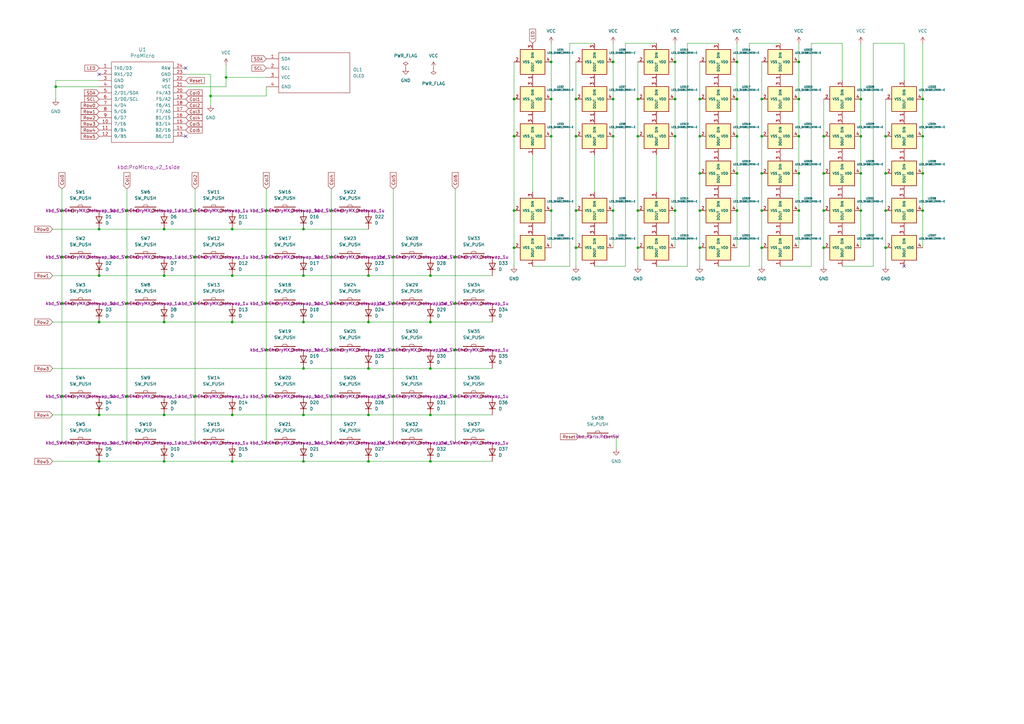
<source format=kicad_sch>
(kicad_sch (version 20230121) (generator eeschema)
  (paper "A3")
  (junction (at 287.02 86.36))
  (junction (at 67.31 132.08))
  (junction (at 363.22 55.88))
  (junction (at 312.42 71.12))
  (junction (at 337.82 71.12))
  (junction (at 210.82 101.6))
  (junction (at 287.02 71.12))
  (junction (at 302.26 71.12))
  (junction (at 186.69 143.51))
  (junction (at 276.86 86.36))
  (junction (at 251.46 86.36))
  (junction (at 312.42 40.64))
  (junction (at 210.82 40.64))
  (junction (at 312.42 86.36))
  (junction (at 95.25 170.18))
  (junction (at 52.07 124.46))
  (junction (at 261.62 40.64))
  (junction (at 25.4 124.46))
  (junction (at 124.46 189.23))
  (junction (at 135.89 86.36))
  (junction (at 161.29 124.46))
  (junction (at 226.06 25.4))
  (junction (at 151.13 189.23))
  (junction (at 124.46 93.98))
  (junction (at 337.82 86.36))
  (junction (at 161.29 162.56))
  (junction (at 353.06 40.64))
  (junction (at 67.31 189.23))
  (junction (at 327.66 25.4))
  (junction (at 109.22 86.36))
  (junction (at 135.89 124.46))
  (junction (at 302.26 55.88))
  (junction (at 151.13 113.03))
  (junction (at 210.82 55.88))
  (junction (at 124.46 151.13))
  (junction (at 176.53 132.08))
  (junction (at 337.82 55.88))
  (junction (at 80.01 162.56))
  (junction (at 276.86 25.4))
  (junction (at 176.53 189.23))
  (junction (at 226.06 40.64))
  (junction (at 151.13 151.13))
  (junction (at 40.64 132.08))
  (junction (at 151.13 170.18))
  (junction (at 95.25 189.23))
  (junction (at 86.36 39.37))
  (junction (at 312.42 55.88))
  (junction (at 353.06 86.36))
  (junction (at 327.66 40.64))
  (junction (at 124.46 113.03))
  (junction (at 251.46 40.64))
  (junction (at 25.4 162.56))
  (junction (at 226.06 55.88))
  (junction (at 251.46 25.4))
  (junction (at 236.22 40.64))
  (junction (at 22.86 35.56))
  (junction (at 261.62 86.36))
  (junction (at 40.64 189.23))
  (junction (at 363.22 86.36))
  (junction (at 236.22 55.88))
  (junction (at 287.02 55.88))
  (junction (at 52.07 86.36))
  (junction (at 124.46 170.18))
  (junction (at 95.25 93.98))
  (junction (at 67.31 113.03))
  (junction (at 109.22 124.46))
  (junction (at 67.31 170.18))
  (junction (at 186.69 105.41))
  (junction (at 363.22 71.12))
  (junction (at 378.46 55.88))
  (junction (at 109.22 105.41))
  (junction (at 337.82 101.6))
  (junction (at 353.06 71.12))
  (junction (at 210.82 86.36))
  (junction (at 176.53 151.13))
  (junction (at 251.46 55.88))
  (junction (at 95.25 113.03))
  (junction (at 95.25 132.08))
  (junction (at 186.69 162.56))
  (junction (at 40.64 170.18))
  (junction (at 327.66 55.88))
  (junction (at 287.02 40.64))
  (junction (at 226.06 86.36))
  (junction (at 135.89 162.56))
  (junction (at 124.46 132.08))
  (junction (at 80.01 124.46))
  (junction (at 302.26 86.36))
  (junction (at 80.01 86.36))
  (junction (at 92.71 31.75))
  (junction (at 302.26 40.64))
  (junction (at 135.89 105.41))
  (junction (at 378.46 40.64))
  (junction (at 186.69 124.46))
  (junction (at 40.64 93.98))
  (junction (at 276.86 40.64))
  (junction (at 109.22 143.51))
  (junction (at 161.29 143.51))
  (junction (at 135.89 143.51))
  (junction (at 151.13 132.08))
  (junction (at 363.22 101.6))
  (junction (at 378.46 86.36))
  (junction (at 40.64 113.03))
  (junction (at 52.07 105.41))
  (junction (at 312.42 101.6))
  (junction (at 176.53 113.03))
  (junction (at 25.4 105.41))
  (junction (at 327.66 71.12))
  (junction (at 80.01 105.41))
  (junction (at 236.22 86.36))
  (junction (at 236.22 101.6))
  (junction (at 327.66 86.36))
  (junction (at 67.31 93.98))
  (junction (at 302.26 25.4))
  (junction (at 261.62 55.88))
  (junction (at 378.46 71.12))
  (junction (at 52.07 162.56))
  (junction (at 276.86 55.88))
  (junction (at 261.62 101.6))
  (junction (at 287.02 101.6))
  (junction (at 353.06 55.88))
  (junction (at 25.4 86.36))
  (junction (at 176.53 170.18))
  (junction (at 161.29 105.41))
  (junction (at 109.22 162.56))
  (no_connect (at 76.2 27.94))
  (no_connect (at 76.2 55.88))
  (no_connect (at 370.84 109.22))
  (no_connect (at 40.64 30.48))
  (wire (pts (xy 67.31 189.23) (xy 95.25 189.23)))
  (wire (pts (xy 186.69 124.46) (xy 186.69 143.51)))
  (wire (pts (xy 287.02 55.88) (xy 287.02 71.12)))
  (wire (pts (xy 80.01 162.56) (xy 80.01 181.61)))
  (wire (pts (xy 236.22 25.4) (xy 236.22 40.64)))
  (wire (pts (xy 86.36 30.48) (xy 86.36 39.37)))
  (wire (pts (xy 276.86 17.78) (xy 276.86 25.4)))
  (wire (pts (xy 287.02 71.12) (xy 287.02 86.36)))
  (wire (pts (xy 109.22 77.47) (xy 109.22 86.36)))
  (wire (pts (xy 363.22 55.88) (xy 363.22 71.12)))
  (wire (pts (xy 52.07 77.47) (xy 52.07 86.36)))
  (wire (pts (xy 210.82 25.4) (xy 210.82 40.64)))
  (wire (pts (xy 327.66 55.88) (xy 327.66 71.12)))
  (wire (pts (xy 109.22 39.37) (xy 109.22 35.56)))
  (wire (pts (xy 345.44 109.22) (xy 358.14 109.22)))
  (wire (pts (xy 358.14 109.22) (xy 358.14 17.78)))
  (wire (pts (xy 378.46 86.36) (xy 378.46 101.6)))
  (wire (pts (xy 327.66 25.4) (xy 327.66 40.64)))
  (wire (pts (xy 21.59 93.98) (xy 40.64 93.98)))
  (wire (pts (xy 40.64 170.18) (xy 67.31 170.18)))
  (wire (pts (xy 363.22 86.36) (xy 363.22 101.6)))
  (wire (pts (xy 294.64 109.22) (xy 307.34 109.22)))
  (wire (pts (xy 226.06 40.64) (xy 226.06 55.88)))
  (wire (pts (xy 80.01 77.47) (xy 80.01 86.36)))
  (wire (pts (xy 363.22 71.12) (xy 363.22 86.36)))
  (wire (pts (xy 67.31 113.03) (xy 95.25 113.03)))
  (wire (pts (xy 276.86 86.36) (xy 276.86 101.6)))
  (wire (pts (xy 52.07 124.46) (xy 52.07 162.56)))
  (wire (pts (xy 86.36 30.48) (xy 76.2 30.48)))
  (wire (pts (xy 252.73 179.07) (xy 252.73 184.15)))
  (wire (pts (xy 312.42 71.12) (xy 312.42 86.36)))
  (wire (pts (xy 151.13 132.08) (xy 176.53 132.08)))
  (wire (pts (xy 226.06 86.36) (xy 226.06 101.6)))
  (wire (pts (xy 67.31 170.18) (xy 95.25 170.18)))
  (wire (pts (xy 92.71 31.75) (xy 109.22 31.75)))
  (wire (pts (xy 25.4 86.36) (xy 25.4 105.41)))
  (wire (pts (xy 80.01 124.46) (xy 80.01 162.56)))
  (wire (pts (xy 236.22 40.64) (xy 236.22 55.88)))
  (wire (pts (xy 251.46 17.78) (xy 251.46 25.4)))
  (wire (pts (xy 226.06 25.4) (xy 226.06 40.64)))
  (wire (pts (xy 281.94 17.78) (xy 294.64 17.78)))
  (wire (pts (xy 124.46 151.13) (xy 151.13 151.13)))
  (wire (pts (xy 151.13 170.18) (xy 176.53 170.18)))
  (wire (pts (xy 80.01 105.41) (xy 80.01 124.46)))
  (wire (pts (xy 345.44 17.78) (xy 345.44 33.02)))
  (wire (pts (xy 312.42 86.36) (xy 312.42 101.6)))
  (wire (pts (xy 67.31 132.08) (xy 95.25 132.08)))
  (wire (pts (xy 176.53 170.18) (xy 201.93 170.18)))
  (wire (pts (xy 52.07 86.36) (xy 52.07 105.41)))
  (wire (pts (xy 92.71 35.56) (xy 92.71 31.75)))
  (wire (pts (xy 302.26 40.64) (xy 302.26 55.88)))
  (wire (pts (xy 327.66 71.12) (xy 327.66 86.36)))
  (wire (pts (xy 21.59 151.13) (xy 124.46 151.13)))
  (wire (pts (xy 353.06 40.64) (xy 353.06 55.88)))
  (wire (pts (xy 124.46 93.98) (xy 151.13 93.98)))
  (wire (pts (xy 135.89 77.47) (xy 135.89 86.36)))
  (wire (pts (xy 243.84 63.5) (xy 243.84 78.74)))
  (wire (pts (xy 109.22 124.46) (xy 109.22 143.51)))
  (wire (pts (xy 210.82 86.36) (xy 210.82 101.6)))
  (wire (pts (xy 363.22 40.64) (xy 363.22 55.88)))
  (wire (pts (xy 251.46 55.88) (xy 251.46 86.36)))
  (wire (pts (xy 276.86 55.88) (xy 276.86 86.36)))
  (wire (pts (xy 161.29 77.47) (xy 161.29 105.41)))
  (wire (pts (xy 332.74 109.22) (xy 332.74 17.78)))
  (wire (pts (xy 287.02 101.6) (xy 287.02 109.22)))
  (wire (pts (xy 161.29 162.56) (xy 161.29 181.61)))
  (wire (pts (xy 21.59 170.18) (xy 40.64 170.18)))
  (wire (pts (xy 226.06 17.78) (xy 226.06 25.4)))
  (wire (pts (xy 236.22 86.36) (xy 236.22 101.6)))
  (wire (pts (xy 124.46 113.03) (xy 151.13 113.03)))
  (wire (pts (xy 176.53 151.13) (xy 201.93 151.13)))
  (wire (pts (xy 243.84 109.22) (xy 256.54 109.22)))
  (wire (pts (xy 210.82 40.64) (xy 210.82 55.88)))
  (wire (pts (xy 337.82 101.6) (xy 337.82 109.22)))
  (wire (pts (xy 276.86 25.4) (xy 276.86 40.64)))
  (wire (pts (xy 353.06 17.78) (xy 353.06 40.64)))
  (wire (pts (xy 378.46 17.78) (xy 378.46 40.64)))
  (wire (pts (xy 109.22 86.36) (xy 109.22 105.41)))
  (wire (pts (xy 226.06 55.88) (xy 226.06 86.36)))
  (wire (pts (xy 251.46 40.64) (xy 251.46 55.88)))
  (wire (pts (xy 21.59 113.03) (xy 40.64 113.03)))
  (wire (pts (xy 25.4 124.46) (xy 25.4 162.56)))
  (wire (pts (xy 327.66 86.36) (xy 327.66 101.6)))
  (wire (pts (xy 22.86 33.02) (xy 22.86 35.56)))
  (wire (pts (xy 353.06 71.12) (xy 353.06 86.36)))
  (wire (pts (xy 312.42 25.4) (xy 312.42 40.64)))
  (wire (pts (xy 186.69 162.56) (xy 186.69 181.61)))
  (wire (pts (xy 95.25 93.98) (xy 124.46 93.98)))
  (wire (pts (xy 186.69 77.47) (xy 186.69 105.41)))
  (wire (pts (xy 21.59 132.08) (xy 40.64 132.08)))
  (wire (pts (xy 251.46 25.4) (xy 251.46 40.64)))
  (wire (pts (xy 370.84 17.78) (xy 370.84 33.02)))
  (wire (pts (xy 287.02 86.36) (xy 287.02 101.6)))
  (wire (pts (xy 109.22 143.51) (xy 109.22 162.56)))
  (wire (pts (xy 363.22 101.6) (xy 363.22 109.22)))
  (wire (pts (xy 86.36 39.37) (xy 109.22 39.37)))
  (wire (pts (xy 22.86 35.56) (xy 40.64 35.56)))
  (wire (pts (xy 320.04 109.22) (xy 332.74 109.22)))
  (wire (pts (xy 307.34 109.22) (xy 307.34 17.78)))
  (wire (pts (xy 186.69 105.41) (xy 186.69 124.46)))
  (wire (pts (xy 95.25 113.03) (xy 124.46 113.03)))
  (wire (pts (xy 40.64 33.02) (xy 22.86 33.02)))
  (wire (pts (xy 233.68 17.78) (xy 233.68 109.22)))
  (wire (pts (xy 109.22 162.56) (xy 109.22 181.61)))
  (wire (pts (xy 302.26 55.88) (xy 302.26 71.12)))
  (wire (pts (xy 161.29 124.46) (xy 161.29 143.51)))
  (wire (pts (xy 92.71 26.67) (xy 92.71 31.75)))
  (wire (pts (xy 40.64 113.03) (xy 67.31 113.03)))
  (wire (pts (xy 358.14 17.78) (xy 370.84 17.78)))
  (wire (pts (xy 337.82 40.64) (xy 337.82 55.88)))
  (wire (pts (xy 186.69 143.51) (xy 186.69 162.56)))
  (wire (pts (xy 378.46 55.88) (xy 378.46 71.12)))
  (wire (pts (xy 307.34 17.78) (xy 320.04 17.78)))
  (wire (pts (xy 261.62 55.88) (xy 261.62 86.36)))
  (wire (pts (xy 218.44 63.5) (xy 218.44 78.74)))
  (wire (pts (xy 261.62 40.64) (xy 261.62 55.88)))
  (wire (pts (xy 261.62 86.36) (xy 261.62 101.6)))
  (wire (pts (xy 22.86 35.56) (xy 22.86 40.64)))
  (wire (pts (xy 312.42 101.6) (xy 312.42 109.22)))
  (wire (pts (xy 302.26 25.4) (xy 302.26 40.64)))
  (wire (pts (xy 21.59 189.23) (xy 40.64 189.23)))
  (wire (pts (xy 40.64 132.08) (xy 67.31 132.08)))
  (wire (pts (xy 124.46 189.23) (xy 151.13 189.23)))
  (wire (pts (xy 378.46 71.12) (xy 378.46 86.36)))
  (wire (pts (xy 256.54 17.78) (xy 269.24 17.78)))
  (wire (pts (xy 261.62 25.4) (xy 261.62 40.64)))
  (wire (pts (xy 135.89 143.51) (xy 135.89 162.56)))
  (wire (pts (xy 327.66 17.78) (xy 327.66 25.4)))
  (wire (pts (xy 312.42 55.88) (xy 312.42 71.12)))
  (wire (pts (xy 52.07 105.41) (xy 52.07 124.46)))
  (wire (pts (xy 95.25 132.08) (xy 124.46 132.08)))
  (wire (pts (xy 236.22 101.6) (xy 236.22 109.22)))
  (wire (pts (xy 135.89 105.41) (xy 135.89 124.46)))
  (wire (pts (xy 302.26 86.36) (xy 302.26 101.6)))
  (wire (pts (xy 269.24 109.22) (xy 281.94 109.22)))
  (wire (pts (xy 353.06 86.36) (xy 353.06 101.6)))
  (wire (pts (xy 25.4 162.56) (xy 25.4 181.61)))
  (wire (pts (xy 176.53 132.08) (xy 201.93 132.08)))
  (wire (pts (xy 353.06 55.88) (xy 353.06 71.12)))
  (wire (pts (xy 86.36 43.18) (xy 86.36 39.37)))
  (wire (pts (xy 332.74 17.78) (xy 345.44 17.78)))
  (wire (pts (xy 327.66 40.64) (xy 327.66 55.88)))
  (wire (pts (xy 302.26 17.78) (xy 302.26 25.4)))
  (wire (pts (xy 218.44 109.22) (xy 233.68 109.22)))
  (wire (pts (xy 176.53 189.23) (xy 201.93 189.23)))
  (wire (pts (xy 52.07 162.56) (xy 52.07 181.61)))
  (wire (pts (xy 95.25 189.23) (xy 124.46 189.23)))
  (wire (pts (xy 109.22 105.41) (xy 109.22 124.46)))
  (wire (pts (xy 378.46 40.64) (xy 378.46 55.88)))
  (wire (pts (xy 151.13 113.03) (xy 176.53 113.03)))
  (wire (pts (xy 40.64 93.98) (xy 67.31 93.98)))
  (wire (pts (xy 281.94 109.22) (xy 281.94 17.78)))
  (wire (pts (xy 276.86 40.64) (xy 276.86 55.88)))
  (wire (pts (xy 269.24 63.5) (xy 269.24 78.74)))
  (wire (pts (xy 210.82 101.6) (xy 210.82 109.22)))
  (wire (pts (xy 124.46 132.08) (xy 151.13 132.08)))
  (wire (pts (xy 25.4 105.41) (xy 25.4 124.46)))
  (wire (pts (xy 243.84 17.78) (xy 233.68 17.78)))
  (wire (pts (xy 124.46 170.18) (xy 151.13 170.18)))
  (wire (pts (xy 236.22 55.88) (xy 236.22 86.36)))
  (wire (pts (xy 25.4 77.47) (xy 25.4 86.36)))
  (wire (pts (xy 302.26 71.12) (xy 302.26 86.36)))
  (wire (pts (xy 251.46 86.36) (xy 251.46 101.6)))
  (wire (pts (xy 312.42 40.64) (xy 312.42 55.88)))
  (wire (pts (xy 287.02 40.64) (xy 287.02 55.88)))
  (wire (pts (xy 135.89 124.46) (xy 135.89 143.51)))
  (wire (pts (xy 40.64 189.23) (xy 67.31 189.23)))
  (wire (pts (xy 151.13 189.23) (xy 176.53 189.23)))
  (wire (pts (xy 67.31 93.98) (xy 95.25 93.98)))
  (wire (pts (xy 161.29 105.41) (xy 161.29 124.46)))
  (wire (pts (xy 135.89 86.36) (xy 135.89 105.41)))
  (wire (pts (xy 256.54 109.22) (xy 256.54 17.78)))
  (wire (pts (xy 176.53 113.03) (xy 201.93 113.03)))
  (wire (pts (xy 151.13 151.13) (xy 176.53 151.13)))
  (wire (pts (xy 337.82 55.88) (xy 337.82 71.12)))
  (wire (pts (xy 337.82 71.12) (xy 337.82 86.36)))
  (wire (pts (xy 287.02 25.4) (xy 287.02 40.64)))
  (wire (pts (xy 261.62 101.6) (xy 261.62 109.22)))
  (wire (pts (xy 76.2 35.56) (xy 92.71 35.56)))
  (wire (pts (xy 210.82 55.88) (xy 210.82 86.36)))
  (wire (pts (xy 80.01 86.36) (xy 80.01 105.41)))
  (wire (pts (xy 135.89 162.56) (xy 135.89 181.61)))
  (wire (pts (xy 337.82 86.36) (xy 337.82 101.6)))
  (wire (pts (xy 161.29 143.51) (xy 161.29 162.56)))
  (wire (pts (xy 95.25 170.18) (xy 124.46 170.18)))
  (global_label "Row1" (shape input) (at 40.64 45.72 180) (property "Intersheetrefs" "${INTERSHEET_REFS}" (effects hide)))
  (global_label "Col4" (shape input) (at 76.2 48.26 0) (property "Intersheetrefs" "${INTERSHEET_REFS}" (effects hide)))
  (global_label "Col6" (shape input) (at 76.2 53.34 0) (property "Intersheetrefs" "${INTERSHEET_REFS}" (effects hide)))
  (global_label "Col1" (shape input) (at 52.07 77.47 90) (property "Intersheetrefs" "${INTERSHEET_REFS}" (effects hide)))
  (global_label "Col6" (shape input) (at 186.69 77.47 90) (property "Intersheetrefs" "${INTERSHEET_REFS}" (effects hide)))
  (global_label "Reset" (shape input) (at 237.49 179.07 180) (property "Intersheetrefs" "${INTERSHEET_REFS}" (effects hide)))
  (global_label "LED" (shape input) (at 218.44 17.78 90) (property "Intersheetrefs" "${INTERSHEET_REFS}" (effects hide)))
  (global_label "Col1" (shape input) (at 76.2 40.64 0) (property "Intersheetrefs" "${INTERSHEET_REFS}" (effects hide)))
  (global_label "Col3" (shape input) (at 76.2 45.72 0) (property "Intersheetrefs" "${INTERSHEET_REFS}" (effects hide)))
  (global_label "Col2" (shape input) (at 80.01 77.47 90) (property "Intersheetrefs" "${INTERSHEET_REFS}" (effects hide)))
  (global_label "SDA" (shape input) (at 109.22 24.13 180) (property "Intersheetrefs" "${INTERSHEET_REFS}" (effects hide)))
  (global_label "Row2" (shape input) (at 40.64 48.26 180) (property "Intersheetrefs" "${INTERSHEET_REFS}" (effects hide)))
  (global_label "SCL" (shape input) (at 109.22 27.94 180) (property "Intersheetrefs" "${INTERSHEET_REFS}" (effects hide)))
  (global_label "Row2" (shape input) (at 21.59 132.08 180) (property "Intersheetrefs" "${INTERSHEET_REFS}" (effects hide)))
  (global_label "Col5" (shape input) (at 76.2 50.8 0) (property "Intersheetrefs" "${INTERSHEET_REFS}" (effects hide)))
  (global_label "Col3" (shape input) (at 109.22 77.47 90) (property "Intersheetrefs" "${INTERSHEET_REFS}" (effects hide)))
  (global_label "Col5" (shape input) (at 161.29 77.47 90) (property "Intersheetrefs" "${INTERSHEET_REFS}" (effects hide)))
  (global_label "Row0" (shape input) (at 21.59 93.98 180) (property "Intersheetrefs" "${INTERSHEET_REFS}" (effects hide)))
  (global_label "Col0" (shape input) (at 76.2 38.1 0) (property "Intersheetrefs" "${INTERSHEET_REFS}" (effects hide)))
  (global_label "Col0" (shape input) (at 25.4 77.47 90) (property "Intersheetrefs" "${INTERSHEET_REFS}" (effects hide)))
  (global_label "Row4" (shape input) (at 21.59 170.18 180) (property "Intersheetrefs" "${INTERSHEET_REFS}" (effects hide)))
  (global_label "Row5" (shape input) (at 21.59 189.23 180) (property "Intersheetrefs" "${INTERSHEET_REFS}" (effects hide)))
  (global_label "LED" (shape input) (at 40.64 27.94 180) (property "Intersheetrefs" "${INTERSHEET_REFS}" (effects hide)))
  (global_label "Col2" (shape input) (at 76.2 43.18 0) (property "Intersheetrefs" "${INTERSHEET_REFS}" (effects hide)))
  (global_label "Row1" (shape input) (at 21.59 113.03 180) (property "Intersheetrefs" "${INTERSHEET_REFS}" (effects hide)))
  (global_label "Row0" (shape input) (at 40.64 43.18 180) (property "Intersheetrefs" "${INTERSHEET_REFS}" (effects hide)))
  (global_label "Row3" (shape input) (at 40.64 50.8 180) (property "Intersheetrefs" "${INTERSHEET_REFS}" (effects hide)))
  (global_label "Col4" (shape input) (at 135.89 77.47 90) (property "Intersheetrefs" "${INTERSHEET_REFS}" (effects hide)))
  (global_label "Row5" (shape input) (at 40.64 55.88 180) (property "Intersheetrefs" "${INTERSHEET_REFS}" (effects hide)))
  (global_label "SCL" (shape input) (at 40.64 40.64 180) (property "Intersheetrefs" "${INTERSHEET_REFS}" (effects hide)))
  (global_label "Reset" (shape input) (at 76.2 33.02 0) (property "Intersheetrefs" "${INTERSHEET_REFS}" (effects hide)))
  (global_label "Row3" (shape input) (at 21.59 151.13 180) (property "Intersheetrefs" "${INTERSHEET_REFS}" (effects hide)))
  (global_label "Row4" (shape input) (at 40.64 53.34 180) (property "Intersheetrefs" "${INTERSHEET_REFS}" (effects hide)))
  (global_label "SDA" (shape input) (at 40.64 38.1 180) (property "Intersheetrefs" "${INTERSHEET_REFS}" (effects hide)))
  (symbol (lib_id "Salicylic_kbd:LED_SK6812MINI-E") (at 218.44 40.64 270) (unit 1)
    (property "Reference" "LED2" (at 229.87 35.6169 90) (effects (font (size 0.7366 0.7366))))
    (property "Value" "LED_SK6812MINI-E" (at 229.87 36.8869 90) (effects (font (size 0.7366 0.7366))))
    (property "Footprint" "kbd_Parts:LED_SK6812MINI-E_BL_y" (effects hide))
  )
  (symbol (lib_id "power:GND") (at 86.36 43.18 0) (unit 1)
    (property "Reference" "#PWR02" (effects hide))
    (property "Value" "GND" (at 86.36 48.26 0))
  )
  (symbol (lib_id "Salicylic_kbd:LED_SK6812MINI-E") (at 345.44 101.6 270) (unit 1)
    (property "Reference" "LED32" (at 356.87 96.5769 90) (effects (font (size 0.7366 0.7366))))
    (property "Value" "LED_SK6812MINI-E" (at 356.87 97.8469 90) (effects (font (size 0.7366 0.7366))))
    (property "Footprint" "kbd_Parts:LED_SK6812MINI-E_BL_y" (effects hide))
  )
  (symbol (lib_id "kbd:SW_PUSH") (at 168.91 181.61 0) (unit 1)
    (property "Reference" "SW32" (at 168.91 173.99 0))
    (property "Value" "SW_PUSH" (at 168.91 176.53 0))
    (property "Footprint" "kbd_SW:CherryMX_Hotswap_1u" (at 168.91 181.61 0))
  )
  (symbol (lib_id "kbd:SW_PUSH") (at 143.51 124.46 0) (unit 1)
    (property "Reference" "SW24" (at 143.51 116.84 0))
    (property "Value" "SW_PUSH" (at 143.51 119.38 0))
    (property "Footprint" "kbd_SW:CherryMX_Hotswap_1u" (at 143.51 124.46 0))
  )
  (symbol (lib_id "kbd:SW_PUSH") (at 168.91 143.51 0) (unit 1)
    (property "Reference" "SW30" (at 168.91 135.89 0))
    (property "Value" "SW_PUSH" (at 168.91 138.43 0))
    (property "Footprint" "kbd_SW:CherryMX_Hotswap_1u" (at 168.91 143.51 0))
  )
  (symbol (lib_id "kbd:SW_PUSH") (at 87.63 181.61 0) (unit 1)
    (property "Reference" "SW15" (at 87.63 173.99 0))
    (property "Value" "SW_PUSH" (at 87.63 176.53 0))
    (property "Footprint" "kbd_SW:CherryMX_Hotswap_1u" (at 87.63 181.61 0))
  )
  (symbol (lib_id "kbd:SW_PUSH") (at 143.51 86.36 0) (unit 1)
    (property "Reference" "SW22" (at 143.51 78.74 0))
    (property "Value" "SW_PUSH" (at 143.51 81.28 0))
    (property "Footprint" "kbd_SW:CherryMX_Hotswap_1u" (at 143.51 86.36 0))
  )
  (symbol (lib_id "Device:D") (at 201.93 185.42 90) (unit 1)
    (property "Reference" "D37" (at 204.47 184.15 90) (effects (justify right)))
    (property "Value" "D" (at 204.47 186.69 90) (effects (justify right)))
    (property "Footprint" "kbd_Parts:Diode_TH_SMD" (effects hide))
    (property "Sim.Device" "D" (effects hide))
    (property "Sim.Pins" "1=K 2=A" (effects hide))
  )
  (symbol (lib_id "Salicylic_kbd:LED_SK6812MINI-E") (at 294.64 101.6 270) (unit 1)
    (property "Reference" "LED21" (at 306.07 96.5769 90) (effects (font (size 0.7366 0.7366))))
    (property "Value" "LED_SK6812MINI-E" (at 306.07 97.8469 90) (effects (font (size 0.7366 0.7366))))
    (property "Footprint" "kbd_Parts:LED_SK6812MINI-E_BL_y" (effects hide))
  )
  (symbol (lib_id "Salicylic_kbd:LED_SK6812MINI-E") (at 320.04 71.12 270) (unit 1)
    (property "Reference" "LED25" (at 331.47 66.0969 90) (effects (font (size 0.7366 0.7366))))
    (property "Value" "LED_SK6812MINI-E" (at 331.47 67.3669 90) (effects (font (size 0.7366 0.7366))))
    (property "Footprint" "kbd_Parts:LED_SK6812MINI-E_BL_y" (effects hide))
  )
  (symbol (lib_id "Salicylic_kbd:LED_SK6812MINI-E") (at 243.84 86.36 270) (unit 1)
    (property "Reference" "LED9" (at 255.27 81.3369 90) (effects (font (size 0.7366 0.7366))))
    (property "Value" "LED_SK6812MINI-E" (at 255.27 82.6069 90) (effects (font (size 0.7366 0.7366))))
    (property "Footprint" "kbd_Parts:LED_SK6812MINI-E_BL_y" (effects hide))
  )
  (symbol (lib_id "Salicylic_kbd:LED_SK6812MINI-E") (at 294.64 25.4 270) (unit 1)
    (property "Reference" "LED16" (at 306.07 20.3769 90) (effects (font (size 0.7366 0.7366))))
    (property "Value" "LED_SK6812MINI-E" (at 306.07 21.6469 90) (effects (font (size 0.7366 0.7366))))
    (property "Footprint" "kbd_Parts:LED_SK6812MINI-E_BL_y" (effects hide))
  )
  (symbol (lib_id "kbd:SW_PUSH") (at 116.84 181.61 0) (unit 1)
    (property "Reference" "SW21" (at 116.84 173.99 0))
    (property "Value" "SW_PUSH" (at 116.84 176.53 0))
    (property "Footprint" "kbd_SW:CherryMX_Hotswap_1u" (at 116.84 181.61 0))
  )
  (symbol (lib_id "Device:D") (at 67.31 109.22 90) (unit 1)
    (property "Reference" "D7" (at 69.85 107.95 90) (effects (justify right)))
    (property "Value" "D" (at 69.85 110.49 90) (effects (justify right)))
    (property "Footprint" "kbd_Parts:Diode_TH_SMD" (effects hide))
    (property "Sim.Device" "D" (effects hide))
    (property "Sim.Pins" "1=K 2=A" (effects hide))
  )
  (symbol (lib_id "Device:D") (at 124.46 90.17 90) (unit 1)
    (property "Reference" "D16" (at 127 88.9 90) (effects (justify right)))
    (property "Value" "D" (at 127 91.44 90) (effects (justify right)))
    (property "Footprint" "kbd_Parts:Diode_TH_SMD" (effects hide))
    (property "Sim.Device" "D" (effects hide))
    (property "Sim.Pins" "1=K 2=A" (effects hide))
  )
  (symbol (lib_id "power:GND") (at 166.37 27.94 0) (unit 1)
    (property "Reference" "#PWR04" (effects hide))
    (property "Value" "GND" (at 166.37 33.02 0))
  )
  (symbol (lib_id "Device:D") (at 124.46 147.32 90) (unit 1)
    (property "Reference" "D19" (at 127 146.05 90) (effects (justify right)))
    (property "Value" "D" (at 127 148.59 90) (effects (justify right)))
    (property "Footprint" "kbd_Parts:Diode_TH_SMD" (effects hide))
    (property "Sim.Device" "D" (effects hide))
    (property "Sim.Pins" "1=K 2=A" (effects hide))
  )
  (symbol (lib_id "power:GND") (at 261.62 109.22 0) (unit 1)
    (property "Reference" "#PWR011" (effects hide))
    (property "Value" "GND" (at 261.62 114.3 0))
  )
  (symbol (lib_id "kbd:SW_PUSH") (at 143.51 181.61 0) (unit 1)
    (property "Reference" "SW27" (at 143.51 173.99 0))
    (property "Value" "SW_PUSH" (at 143.51 176.53 0))
    (property "Footprint" "kbd_SW:CherryMX_Hotswap_1u" (at 143.51 181.61 0))
  )
  (symbol (lib_id "Device:D") (at 151.13 90.17 90) (unit 1)
    (property "Reference" "D22" (at 153.67 88.9 90) (effects (justify right)))
    (property "Value" "D" (at 153.67 91.44 90) (effects (justify right)))
    (property "Footprint" "kbd_Parts:Diode_TH_SMD" (effects hide))
    (property "Sim.Device" "D" (effects hide))
    (property "Sim.Pins" "1=K 2=A" (effects hide))
  )
  (symbol (lib_id "Device:D") (at 67.31 185.42 90) (unit 1)
    (property "Reference" "D10" (at 69.85 184.15 90) (effects (justify right)))
    (property "Value" "D" (at 69.85 186.69 90) (effects (justify right)))
    (property "Footprint" "kbd_Parts:Diode_TH_SMD" (effects hide))
    (property "Sim.Device" "D" (effects hide))
    (property "Sim.Pins" "1=K 2=A" (effects hide))
  )
  (symbol (lib_id "kbd:SW_PUSH") (at 194.31 162.56 0) (unit 1)
    (property "Reference" "SW36" (at 194.31 154.94 0))
    (property "Value" "SW_PUSH" (at 194.31 157.48 0))
    (property "Footprint" "kbd_SW:CherryMX_Hotswap_1u" (at 194.31 162.56 0))
  )
  (symbol (lib_id "Device:D") (at 201.93 128.27 90) (unit 1)
    (property "Reference" "D34" (at 204.47 127 90) (effects (justify right)))
    (property "Value" "D" (at 204.47 129.54 90) (effects (justify right)))
    (property "Footprint" "kbd_Parts:Diode_TH_SMD" (effects hide))
    (property "Sim.Device" "D" (effects hide))
    (property "Sim.Pins" "1=K 2=A" (effects hide))
  )
  (symbol (lib_id "kbd:SW_PUSH") (at 143.51 105.41 0) (unit 1)
    (property "Reference" "SW23" (at 143.51 97.79 0))
    (property "Value" "SW_PUSH" (at 143.51 100.33 0))
    (property "Footprint" "kbd_SW:CherryMX_Hotswap_1u" (at 143.51 105.41 0))
  )
  (symbol (lib_id "Salicylic_kbd:LED_SK6812MINI-E") (at 345.44 40.64 270) (unit 1)
    (property "Reference" "LED28" (at 356.87 35.6169 90) (effects (font (size 0.7366 0.7366))))
    (property "Value" "LED_SK6812MINI-E" (at 356.87 36.8869 90) (effects (font (size 0.7366 0.7366))))
    (property "Footprint" "kbd_Parts:LED_SK6812MINI-E_BL_y" (effects hide))
  )
  (symbol (lib_id "Device:D") (at 95.25 109.22 90) (unit 1)
    (property "Reference" "D12" (at 97.79 107.95 90) (effects (justify right)))
    (property "Value" "D" (at 97.79 110.49 90) (effects (justify right)))
    (property "Footprint" "kbd_Parts:Diode_TH_SMD" (effects hide))
    (property "Sim.Device" "D" (effects hide))
    (property "Sim.Pins" "1=K 2=A" (effects hide))
  )
  (symbol (lib_id "Device:D") (at 40.64 90.17 90) (unit 1)
    (property "Reference" "D1" (at 43.18 88.9 90) (effects (justify right)))
    (property "Value" "D" (at 43.18 91.44 90) (effects (justify right)))
    (property "Footprint" "kbd_Parts:Diode_TH_SMD" (effects hide))
    (property "Sim.Device" "D" (effects hide))
    (property "Sim.Pins" "1=K 2=A" (effects hide))
  )
  (symbol (lib_id "kbd:SW_PUSH") (at 194.31 105.41 0) (unit 1)
    (property "Reference" "SW33" (at 194.31 97.79 0))
    (property "Value" "SW_PUSH" (at 194.31 100.33 0))
    (property "Footprint" "kbd_SW:CherryMX_Hotswap_1u" (at 194.31 105.41 0))
  )
  (symbol (lib_id "Device:D") (at 95.25 166.37 90) (unit 1)
    (property "Reference" "D14" (at 97.79 165.1 90) (effects (justify right)))
    (property "Value" "D" (at 97.79 167.64 90) (effects (justify right)))
    (property "Footprint" "kbd_Parts:Diode_TH_SMD" (effects hide))
    (property "Sim.Device" "D" (effects hide))
    (property "Sim.Pins" "1=K 2=A" (effects hide))
  )
  (symbol (lib_id "kbd:SW_PUSH") (at 245.11 179.07 0) (unit 1)
    (property "Reference" "SW38" (at 245.11 171.45 0))
    (property "Value" "SW_PUSH" (at 245.11 173.99 0))
    (property "Footprint" "kbd_Parts:ResetSW" (at 245.11 179.07 0))
  )
  (symbol (lib_id "Salicylic_kbd:LED_SK6812MINI-E") (at 269.24 40.64 270) (unit 1)
    (property "Reference" "LED12" (at 280.67 35.6169 90) (effects (font (size 0.7366 0.7366))))
    (property "Value" "LED_SK6812MINI-E" (at 280.67 36.8869 90) (effects (font (size 0.7366 0.7366))))
    (property "Footprint" "kbd_Parts:LED_SK6812MINI-E_BL_y" (effects hide))
  )
  (symbol (lib_id "Salicylic_kbd:LED_SK6812MINI-E") (at 370.84 71.12 270) (unit 1)
    (property "Reference" "LED35" (at 382.27 66.0969 90) (effects (font (size 0.7366 0.7366))))
    (property "Value" "LED_SK6812MINI-E" (at 382.27 67.3669 90) (effects (font (size 0.7366 0.7366))))
    (property "Footprint" "kbd_Parts:LED_SK6812MINI-E_BL_y" (effects hide))
  )
  (symbol (lib_id "power:GND") (at 210.82 109.22 0) (unit 1)
    (property "Reference" "#PWR06" (effects hide))
    (property "Value" "GND" (at 210.82 114.3 0))
  )
  (symbol (lib_id "Salicylic_kbd:LED_SK6812MINI-E") (at 320.04 101.6 270) (unit 1)
    (property "Reference" "LED27" (at 331.47 96.5769 90) (effects (font (size 0.7366 0.7366))))
    (property "Value" "LED_SK6812MINI-E" (at 331.47 97.8469 90) (effects (font (size 0.7366 0.7366))))
    (property "Footprint" "kbd_Parts:LED_SK6812MINI-E_BL_y" (effects hide))
  )
  (symbol (lib_id "Salicylic_kbd:LED_SK6812MINI-E") (at 218.44 25.4 270) (unit 1)
    (property "Reference" "LED1" (at 229.87 20.3769 90) (effects (font (size 0.7366 0.7366))))
    (property "Value" "LED_SK6812MINI-E" (at 229.87 21.6469 90) (effects (font (size 0.7366 0.7366))))
    (property "Footprint" "kbd_Parts:LED_SK6812MINI-E_BL_y" (effects hide))
  )
  (symbol (lib_id "Device:D") (at 201.93 166.37 90) (unit 1)
    (property "Reference" "D36" (at 204.47 165.1 90) (effects (justify right)))
    (property "Value" "D" (at 204.47 167.64 90) (effects (justify right)))
    (property "Footprint" "kbd_Parts:Diode_TH_SMD" (effects hide))
    (property "Sim.Device" "D" (effects hide))
    (property "Sim.Pins" "1=K 2=A" (effects hide))
  )
  (symbol (lib_id "Device:D") (at 40.64 185.42 90) (unit 1)
    (property "Reference" "D5" (at 43.18 184.15 90) (effects (justify right)))
    (property "Value" "D" (at 43.18 186.69 90) (effects (justify right)))
    (property "Footprint" "kbd_Parts:Diode_TH_SMD" (effects hide))
    (property "Sim.Device" "D" (effects hide))
    (property "Sim.Pins" "1=K 2=A" (effects hide))
  )
  (symbol (lib_id "Salicylic_kbd:LED_SK6812MINI-E") (at 294.64 71.12 270) (unit 1)
    (property "Reference" "LED19" (at 306.07 66.0969 90) (effects (font (size 0.7366 0.7366))))
    (property "Value" "LED_SK6812MINI-E" (at 306.07 67.3669 90) (effects (font (size 0.7366 0.7366))))
    (property "Footprint" "kbd_Parts:LED_SK6812MINI-E_BL_y" (effects hide))
  )
  (symbol (lib_id "kbd:SW_PUSH") (at 194.31 124.46 0) (unit 1)
    (property "Reference" "SW34" (at 194.31 116.84 0))
    (property "Value" "SW_PUSH" (at 194.31 119.38 0))
    (property "Footprint" "kbd_SW:CherryMX_Hotswap_1u" (at 194.31 124.46 0))
  )
  (symbol (lib_id "kbd:SW_PUSH") (at 87.63 124.46 0) (unit 1)
    (property "Reference" "SW13" (at 87.63 116.84 0))
    (property "Value" "SW_PUSH" (at 87.63 119.38 0))
    (property "Footprint" "kbd_SW:CherryMX_Hotswap_1u" (at 87.63 124.46 0))
  )
  (symbol (lib_id "kbd:SW_PUSH") (at 194.31 181.61 0) (unit 1)
    (property "Reference" "SW37" (at 194.31 173.99 0))
    (property "Value" "SW_PUSH" (at 194.31 176.53 0))
    (property "Footprint" "kbd_SW:CherryMX_Hotswap_1u" (at 194.31 181.61 0))
  )
  (symbol (lib_id "Device:D") (at 201.93 109.22 90) (unit 1)
    (property "Reference" "D33" (at 204.47 107.95 90) (effects (justify right)))
    (property "Value" "D" (at 204.47 110.49 90) (effects (justify right)))
    (property "Footprint" "kbd_Parts:Diode_TH_SMD" (effects hide))
    (property "Sim.Device" "D" (effects hide))
    (property "Sim.Pins" "1=K 2=A" (effects hide))
  )
  (symbol (lib_id "Device:D") (at 176.53 166.37 90) (unit 1)
    (property "Reference" "D31" (at 179.07 165.1 90) (effects (justify right)))
    (property "Value" "D" (at 179.07 167.64 90) (effects (justify right)))
    (property "Footprint" "kbd_Parts:Diode_TH_SMD" (effects hide))
    (property "Sim.Device" "D" (effects hide))
    (property "Sim.Pins" "1=K 2=A" (effects hide))
  )
  (symbol (lib_id "kbd:SW_PUSH") (at 33.02 162.56 0) (unit 1)
    (property "Reference" "SW4" (at 33.02 154.94 0))
    (property "Value" "SW_PUSH" (at 33.02 157.48 0))
    (property "Footprint" "kbd_SW:CherryMX_Hotswap_1u" (at 33.02 162.56 0))
  )
  (symbol (lib_id "Device:D") (at 40.64 109.22 90) (unit 1)
    (property "Reference" "D2" (at 43.18 107.95 90) (effects (justify right)))
    (property "Value" "D" (at 43.18 110.49 90) (effects (justify right)))
    (property "Footprint" "kbd_Parts:Diode_TH_SMD" (effects hide))
    (property "Sim.Device" "D" (effects hide))
    (property "Sim.Pins" "1=K 2=A" (effects hide))
  )
  (symbol (lib_id "Salicylic_kbd:LED_SK6812MINI-E") (at 218.44 55.88 270) (unit 1)
    (property "Reference" "LED3" (at 229.87 50.8569 90) (effects (font (size 0.7366 0.7366))))
    (property "Value" "LED_SK6812MINI-E" (at 229.87 52.1269 90) (effects (font (size 0.7366 0.7366))))
    (property "Footprint" "kbd_Parts:LED_SK6812MINI-E_BL_y" (effects hide))
  )
  (symbol (lib_id "power:VCC") (at 378.46 17.78 0) (unit 1)
    (property "Reference" "#PWR020" (effects hide))
    (property "Value" "VCC" (at 378.46 12.7 0))
  )
  (symbol (lib_id "kbd:SW_PUSH") (at 116.84 162.56 0) (unit 1)
    (property "Reference" "SW20" (at 116.84 154.94 0))
    (property "Value" "SW_PUSH" (at 116.84 157.48 0))
    (property "Footprint" "kbd_SW:CherryMX_Hotswap_1u" (at 116.84 162.56 0))
  )
  (symbol (lib_id "Device:D") (at 67.31 166.37 90) (unit 1)
    (property "Reference" "D9" (at 69.85 165.1 90) (effects (justify right)))
    (property "Value" "D" (at 69.85 167.64 90) (effects (justify right)))
    (property "Footprint" "kbd_Parts:Diode_TH_SMD" (effects hide))
    (property "Sim.Device" "D" (effects hide))
    (property "Sim.Pins" "1=K 2=A" (effects hide))
  )
  (symbol (lib_id "Salicylic_kbd:LED_SK6812MINI-E") (at 345.44 55.88 270) (unit 1)
    (property "Reference" "LED29" (at 356.87 50.8569 90) (effects (font (size 0.7366 0.7366))))
    (property "Value" "LED_SK6812MINI-E" (at 356.87 52.1269 90) (effects (font (size 0.7366 0.7366))))
    (property "Footprint" "kbd_Parts:LED_SK6812MINI-E_BL_y" (effects hide))
  )
  (symbol (lib_id "power:VCC") (at 177.8 27.94 0) (unit 1)
    (property "Reference" "#PWR05" (effects hide))
    (property "Value" "VCC" (at 177.8 22.86 0))
  )
  (symbol (lib_id "kbd:SW_PUSH") (at 116.84 124.46 0) (unit 1)
    (property "Reference" "SW18" (at 116.84 116.84 0))
    (property "Value" "SW_PUSH" (at 116.84 119.38 0))
    (property "Footprint" "kbd_SW:CherryMX_Hotswap_1u" (at 116.84 124.46 0))
  )
  (symbol (lib_id "Device:D") (at 124.46 185.42 90) (unit 1)
    (property "Reference" "D21" (at 127 184.15 90) (effects (justify right)))
    (property "Value" "D" (at 127 186.69 90) (effects (justify right)))
    (property "Footprint" "kbd_Parts:Diode_TH_SMD" (effects hide))
    (property "Sim.Device" "D" (effects hide))
    (property "Sim.Pins" "1=K 2=A" (effects hide))
  )
  (symbol (lib_id "kbd:SW_PUSH") (at 194.31 143.51 0) (unit 1)
    (property "Reference" "SW35" (at 194.31 135.89 0))
    (property "Value" "SW_PUSH" (at 194.31 138.43 0))
    (property "Footprint" "kbd_SW:CherryMX_Hotswap_1u" (at 194.31 143.51 0))
  )
  (symbol (lib_id "kbd:SW_PUSH") (at 116.84 86.36 0) (unit 1)
    (property "Reference" "SW16" (at 116.84 78.74 0))
    (property "Value" "SW_PUSH" (at 116.84 81.28 0))
    (property "Footprint" "kbd_SW:CherryMX_Hotswap_1u" (at 116.84 86.36 0))
  )
  (symbol (lib_id "power:GND") (at 252.73 184.15 0) (unit 1)
    (property "Reference" "#PWR010" (effects hide))
    (property "Value" "GND" (at 252.73 189.23 0))
  )
  (symbol (lib_id "kbd:SW_PUSH") (at 33.02 124.46 0) (unit 1)
    (property "Reference" "SW3" (at 33.02 116.84 0))
    (property "Value" "SW_PUSH" (at 33.02 119.38 0))
    (property "Footprint" "kbd_SW:CherryMX_Hotswap_1u" (at 33.02 124.46 0))
  )
  (symbol (lib_id "power:VCC") (at 226.06 17.78 0) (unit 1)
    (property "Reference" "#PWR07" (effects hide))
    (property "Value" "VCC" (at 226.06 12.7 0))
  )
  (symbol (lib_id "Device:D") (at 151.13 185.42 90) (unit 1)
    (property "Reference" "D27" (at 153.67 184.15 90) (effects (justify right)))
    (property "Value" "D" (at 153.67 186.69 90) (effects (justify right)))
    (property "Footprint" "kbd_Parts:Diode_TH_SMD" (effects hide))
    (property "Sim.Device" "D" (effects hide))
    (property "Sim.Pins" "1=K 2=A" (effects hide))
  )
  (symbol (lib_id "Salicylic_kbd:LED_SK6812MINI-E") (at 320.04 86.36 270) (unit 1)
    (property "Reference" "LED26" (at 331.47 81.3369 90) (effects (font (size 0.7366 0.7366))))
    (property "Value" "LED_SK6812MINI-E" (at 331.47 82.6069 90) (effects (font (size 0.7366 0.7366))))
    (property "Footprint" "kbd_Parts:LED_SK6812MINI-E_BL_y" (effects hide))
  )
  (symbol (lib_id "Device:D") (at 151.13 109.22 90) (unit 1)
    (property "Reference" "D23" (at 153.67 107.95 90) (effects (justify right)))
    (property "Value" "D" (at 153.67 110.49 90) (effects (justify right)))
    (property "Footprint" "kbd_Parts:Diode_TH_SMD" (effects hide))
    (property "Sim.Device" "D" (effects hide))
    (property "Sim.Pins" "1=K 2=A" (effects hide))
  )
  (symbol (lib_id "Salicylic_kbd:LED_SK6812MINI-E") (at 320.04 55.88 270) (unit 1)
    (property "Reference" "LED24" (at 331.47 50.8569 90) (effects (font (size 0.7366 0.7366))))
    (property "Value" "LED_SK6812MINI-E" (at 331.47 52.1269 90) (effects (font (size 0.7366 0.7366))))
    (property "Footprint" "kbd_Parts:LED_SK6812MINI-E_BL_y" (effects hide))
  )
  (symbol (lib_id "Salicylic_kbd:LED_SK6812MINI-E") (at 370.84 40.64 270) (unit 1)
    (property "Reference" "LED33" (at 382.27 35.6169 90) (effects (font (size 0.7366 0.7366))))
    (property "Value" "LED_SK6812MINI-E" (at 382.27 36.8869 90) (effects (font (size 0.7366 0.7366))))
    (property "Footprint" "kbd_Parts:LED_SK6812MINI-E_BL_y" (effects hide))
  )
  (symbol (lib_id "kbd:SW_PUSH") (at 59.69 162.56 0) (unit 1)
    (property "Reference" "SW9" (at 59.69 154.94 0))
    (property "Value" "SW_PUSH" (at 59.69 157.48 0))
    (property "Footprint" "kbd_SW:CherryMX_Hotswap_1u" (at 59.69 162.56 0))
  )
  (symbol (lib_id "Salicylic_kbd:LED_SK6812MINI-E") (at 294.64 86.36 270) (unit 1)
    (property "Reference" "LED20" (at 306.07 81.3369 90) (effects (font (size 0.7366 0.7366))))
    (property "Value" "LED_SK6812MINI-E" (at 306.07 82.6069 90) (effects (font (size 0.7366 0.7366))))
    (property "Footprint" "kbd_Parts:LED_SK6812MINI-E_BL_y" (effects hide))
  )
  (symbol (lib_id "kbd:SW_PUSH") (at 168.91 162.56 0) (unit 1)
    (property "Reference" "SW31" (at 168.91 154.94 0))
    (property "Value" "SW_PUSH" (at 168.91 157.48 0))
    (property "Footprint" "kbd_SW:CherryMX_Hotswap_1u" (at 168.91 162.56 0))
  )
  (symbol (lib_id "Salicylic_kbd:LED_SK6812MINI-E") (at 218.44 101.6 270) (unit 1)
    (property "Reference" "LED5" (at 229.87 96.5769 90) (effects (font (size 0.7366 0.7366))))
    (property "Value" "LED_SK6812MINI-E" (at 229.87 97.8469 90) (effects (font (size 0.7366 0.7366))))
    (property "Footprint" "kbd_Parts:LED_SK6812MINI-E_BL_y" (effects hide))
  )
  (symbol (lib_id "Salicylic_kbd:LED_SK6812MINI-E") (at 243.84 55.88 270) (unit 1)
    (property "Reference" "LED8" (at 255.27 50.8569 90) (effects (font (size 0.7366 0.7366))))
    (property "Value" "LED_SK6812MINI-E" (at 255.27 52.1269 90) (effects (font (size 0.7366 0.7366))))
    (property "Footprint" "kbd_Parts:LED_SK6812MINI-E_BL_y" (effects hide))
  )
  (symbol (lib_id "Salicylic_kbd:LED_SK6812MINI-E") (at 269.24 86.36 270) (unit 1)
    (property "Reference" "LED14" (at 280.67 81.3369 90) (effects (font (size 0.7366 0.7366))))
    (property "Value" "LED_SK6812MINI-E" (at 280.67 82.6069 90) (effects (font (size 0.7366 0.7366))))
    (property "Footprint" "kbd_Parts:LED_SK6812MINI-E_BL_y" (effects hide))
  )
  (symbol (lib_id "Device:D") (at 151.13 147.32 90) (unit 1)
    (property "Reference" "D25" (at 153.67 146.05 90) (effects (justify right)))
    (property "Value" "D" (at 153.67 148.59 90) (effects (justify right)))
    (property "Footprint" "kbd_Parts:Diode_TH_SMD" (effects hide))
    (property "Sim.Device" "D" (effects hide))
    (property "Sim.Pins" "1=K 2=A" (effects hide))
  )
  (symbol (lib_id "kbd:SW_PUSH") (at 87.63 86.36 0) (unit 1)
    (property "Reference" "SW11" (at 87.63 78.74 0))
    (property "Value" "SW_PUSH" (at 87.63 81.28 0))
    (property "Footprint" "kbd_SW:CherryMX_Hotswap_1u" (at 87.63 86.36 0))
  )
  (symbol (lib_id "Device:D") (at 124.46 166.37 90) (unit 1)
    (property "Reference" "D20" (at 127 165.1 90) (effects (justify right)))
    (property "Value" "D" (at 127 167.64 90) (effects (justify right)))
    (property "Footprint" "kbd_Parts:Diode_TH_SMD" (effects hide))
    (property "Sim.Device" "D" (effects hide))
    (property "Sim.Pins" "1=K 2=A" (effects hide))
  )
  (symbol (lib_id "Salicylic_kbd:LED_SK6812MINI-E") (at 269.24 101.6 270) (unit 1)
    (property "Reference" "LED15" (at 280.67 96.5769 90) (effects (font (size 0.7366 0.7366))))
    (property "Value" "LED_SK6812MINI-E" (at 280.67 97.8469 90) (effects (font (size 0.7366 0.7366))))
    (property "Footprint" "kbd_Parts:LED_SK6812MINI-E_BL_y" (effects hide))
  )
  (symbol (lib_id "power:VCC") (at 302.26 17.78 0) (unit 1)
    (property "Reference" "#PWR014" (effects hide))
    (property "Value" "VCC" (at 302.26 12.7 0))
  )
  (symbol (lib_id "power:GND") (at 22.86 40.64 0) (unit 1)
    (property "Reference" "#PWR01" (effects hide))
    (property "Value" "GND" (at 22.86 45.72 0))
  )
  (symbol (lib_id "kbd:SW_PUSH") (at 59.69 86.36 0) (unit 1)
    (property "Reference" "SW6" (at 59.69 78.74 0))
    (property "Value" "SW_PUSH" (at 59.69 81.28 0))
    (property "Footprint" "kbd_SW:CherryMX_Hotswap_1u" (at 59.69 86.36 0))
  )
  (symbol (lib_id "Device:D") (at 176.53 128.27 90) (unit 1)
    (property "Reference" "D29" (at 179.07 127 90) (effects (justify right)))
    (property "Value" "D" (at 179.07 129.54 90) (effects (justify right)))
    (property "Footprint" "kbd_Parts:Diode_TH_SMD" (effects hide))
    (property "Sim.Device" "D" (effects hide))
    (property "Sim.Pins" "1=K 2=A" (effects hide))
  )
  (symbol (lib_id "power:GND") (at 312.42 109.22 0) (unit 1)
    (property "Reference" "#PWR015" (effects hide))
    (property "Value" "GND" (at 312.42 114.3 0))
  )
  (symbol (lib_id "Device:D") (at 124.46 128.27 90) (unit 1)
    (property "Reference" "D18" (at 127 127 90) (effects (justify right)))
    (property "Value" "D" (at 127 129.54 90) (effects (justify right)))
    (property "Footprint" "kbd_Parts:Diode_TH_SMD" (effects hide))
    (property "Sim.Device" "D" (effects hide))
    (property "Sim.Pins" "1=K 2=A" (effects hide))
  )
  (symbol (lib_id "kbd:ProMicro") (at 58.42 41.91 0) (unit 1)
    (property "Reference" "U1" (at 58.42 20.32 0) (effects (font (size 1.524 1.524))))
    (property "Value" "ProMicro" (at 58.42 22.86 0) (effects (font (size 1.524 1.524))))
    (property "Footprint" "kbd:ProMicro_v2_1side" (at 60.96 68.58 0) (effects (font (size 1.524 1.524))))
  )
  (symbol (lib_id "Device:D") (at 95.25 128.27 90) (unit 1)
    (property "Reference" "D13" (at 97.79 127 90) (effects (justify right)))
    (property "Value" "D" (at 97.79 129.54 90) (effects (justify right)))
    (property "Footprint" "kbd_Parts:Diode_TH_SMD" (effects hide))
    (property "Sim.Device" "D" (effects hide))
    (property "Sim.Pins" "1=K 2=A" (effects hide))
  )
  (symbol (lib_id "Salicylic_kbd:LED_SK6812MINI-E") (at 269.24 55.88 270) (unit 1)
    (property "Reference" "LED13" (at 280.67 50.8569 90) (effects (font (size 0.7366 0.7366))))
    (property "Value" "LED_SK6812MINI-E" (at 280.67 52.1269 90) (effects (font (size 0.7366 0.7366))))
    (property "Footprint" "kbd_Parts:LED_SK6812MINI-E_BL_y" (effects hide))
  )
  (symbol (lib_id "power:GND") (at 337.82 109.22 0) (unit 1)
    (property "Reference" "#PWR017" (effects hide))
    (property "Value" "GND" (at 337.82 114.3 0))
  )
  (symbol (lib_id "kbd:SW_PUSH") (at 168.91 124.46 0) (unit 1)
    (property "Reference" "SW29" (at 168.91 116.84 0))
    (property "Value" "SW_PUSH" (at 168.91 119.38 0))
    (property "Footprint" "kbd_SW:CherryMX_Hotswap_1u" (at 168.91 124.46 0))
  )
  (symbol (lib_id "kbd:SW_PUSH") (at 59.69 105.41 0) (unit 1)
    (property "Reference" "SW7" (at 59.69 97.79 0))
    (property "Value" "SW_PUSH" (at 59.69 100.33 0))
    (property "Footprint" "kbd_SW:CherryMX_Hotswap_1u" (at 59.69 105.41 0))
  )
  (symbol (lib_id "Device:D") (at 95.25 185.42 90) (unit 1)
    (property "Reference" "D15" (at 97.79 184.15 90) (effects (justify right)))
    (property "Value" "D" (at 97.79 186.69 90) (effects (justify right)))
    (property "Footprint" "kbd_Parts:Diode_TH_SMD" (effects hide))
    (property "Sim.Device" "D" (effects hide))
    (property "Sim.Pins" "1=K 2=A" (effects hide))
  )
  (symbol (lib_id "Salicylic_kbd:LED_SK6812MINI-E") (at 370.84 101.6 270) (unit 1)
    (property "Reference" "LED37" (at 382.27 96.5769 90) (effects (font (size 0.7366 0.7366))))
    (property "Value" "LED_SK6812MINI-E" (at 382.27 97.8469 90) (effects (font (size 0.7366 0.7366))))
    (property "Footprint" "kbd_Parts:LED_SK6812MINI-E_BL_y" (effects hide))
  )
  (symbol (lib_id "kbd:OLED") (at 128.27 30.48 0) (unit 1)
    (property "Reference" "OL1" (at 144.78 28.575 0) (effects (font (size 1.2954 1.2954)) (justify left)))
    (property "Value" "OLED" (at 144.78 31.115 0) (effects (font (size 1.1938 1.1938)) (justify left)))
    (property "Footprint" "kbd_Parts:OLED" (effects hide))
  )
  (symbol (lib_id "Device:D") (at 176.53 109.22 90) (unit 1)
    (property "Reference" "D28" (at 179.07 107.95 90) (effects (justify right)))
    (property "Value" "D" (at 179.07 110.49 90) (effects (justify right)))
    (property "Footprint" "kbd_Parts:Diode_TH_SMD" (effects hide))
    (property "Sim.Device" "D" (effects hide))
    (property "Sim.Pins" "1=K 2=A" (effects hide))
  )
  (symbol (lib_id "Device:D") (at 67.31 128.27 90) (unit 1)
    (property "Reference" "D8" (at 69.85 127 90) (effects (justify right)))
    (property "Value" "D" (at 69.85 129.54 90) (effects (justify right)))
    (property "Footprint" "kbd_Parts:Diode_TH_SMD" (effects hide))
    (property "Sim.Device" "D" (effects hide))
    (property "Sim.Pins" "1=K 2=A" (effects hide))
  )
  (symbol (lib_id "kbd:SW_PUSH") (at 168.91 105.41 0) (unit 1)
    (property "Reference" "SW28" (at 168.91 97.79 0))
    (property "Value" "SW_PUSH" (at 168.91 100.33 0))
    (property "Footprint" "kbd_SW:CherryMX_Hotswap_1u" (at 168.91 105.41 0))
  )
  (symbol (lib_id "Device:D") (at 40.64 128.27 90) (unit 1)
    (property "Reference" "D3" (at 43.18 127 90) (effects (justify right)))
    (property "Value" "D" (at 43.18 129.54 90) (effects (justify right)))
    (property "Footprint" "kbd_Parts:Diode_TH_SMD" (effects hide))
    (property "Sim.Device" "D" (effects hide))
    (property "Sim.Pins" "1=K 2=A" (effects hide))
  )
  (symbol (lib_id "Device:D") (at 67.31 90.17 90) (unit 1)
    (property "Reference" "D6" (at 69.85 88.9 90) (effects (justify right)))
    (property "Value" "D" (at 69.85 91.44 90) (effects (justify right)))
    (property "Footprint" "kbd_Parts:Diode_TH_SMD" (effects hide))
    (property "Sim.Device" "D" (effects hide))
    (property "Sim.Pins" "1=K 2=A" (effects hide))
  )
  (symbol (lib_id "power:VCC") (at 276.86 17.78 0) (unit 1)
    (property "Reference" "#PWR012" (effects hide))
    (property "Value" "VCC" (at 276.86 12.7 0))
  )
  (symbol (lib_id "Salicylic_kbd:LED_SK6812MINI-E") (at 370.84 55.88 270) (unit 1)
    (property "Reference" "LED34" (at 382.27 50.8569 90) (effects (font (size 0.7366 0.7366))))
    (property "Value" "LED_SK6812MINI-E" (at 382.27 52.1269 90) (effects (font (size 0.7366 0.7366))))
    (property "Footprint" "kbd_Parts:LED_SK6812MINI-E_BL_y" (effects hide))
  )
  (symbol (lib_id "Device:D") (at 176.53 185.42 90) (unit 1)
    (property "Reference" "D32" (at 179.07 184.15 90) (effects (justify right)))
    (property "Value" "D" (at 179.07 186.69 90) (effects (justify right)))
    (property "Footprint" "kbd_Parts:Diode_TH_SMD" (effects hide))
    (property "Sim.Device" "D" (effects hide))
    (property "Sim.Pins" "1=K 2=A" (effects hide))
  )
  (symbol (lib_id "Salicylic_kbd:LED_SK6812MINI-E") (at 370.84 86.36 270) (unit 1)
    (property "Reference" "LED36" (at 382.27 81.3369 90) (effects (font (size 0.7366 0.7366))))
    (property "Value" "LED_SK6812MINI-E" (at 382.27 82.6069 90) (effects (font (size 0.7366 0.7366))))
    (property "Footprint" "kbd_Parts:LED_SK6812MINI-E_BL_y" (effects hide))
  )
  (symbol (lib_id "Salicylic_kbd:LED_SK6812MINI-E") (at 294.64 55.88 270) (unit 1)
    (property "Reference" "LED18" (at 306.07 50.8569 90) (effects (font (size 0.7366 0.7366))))
    (property "Value" "LED_SK6812MINI-E" (at 306.07 52.1269 90) (effects (font (size 0.7366 0.7366))))
    (property "Footprint" "kbd_Parts:LED_SK6812MINI-E_BL_y" (effects hide))
  )
  (symbol (lib_id "kbd:SW_PUSH") (at 87.63 162.56 0) (unit 1)
    (property "Reference" "SW14" (at 87.63 154.94 0))
    (property "Value" "SW_PUSH" (at 87.63 157.48 0))
    (property "Footprint" "kbd_SW:CherryMX_Hotswap_1u" (at 87.63 162.56 0))
  )
  (symbol (lib_id "kbd:SW_PUSH") (at 33.02 105.41 0) (unit 1)
    (property "Reference" "SW2" (at 33.02 97.79 0))
    (property "Value" "SW_PUSH" (at 33.02 100.33 0))
    (property "Footprint" "kbd_SW:CherryMX_Hotswap_1u" (at 33.02 105.41 0))
  )
  (symbol (lib_id "power:VCC") (at 92.71 26.67 0) (unit 1)
    (property "Reference" "#PWR03" (effects hide))
    (property "Value" "VCC" (at 92.71 21.59 0))
  )
  (symbol (lib_id "kbd:SW_PUSH") (at 59.69 124.46 0) (unit 1)
    (property "Reference" "SW8" (at 59.69 116.84 0))
    (property "Value" "SW_PUSH" (at 59.69 119.38 0))
    (property "Footprint" "kbd_SW:CherryMX_Hotswap_1u" (at 59.69 124.46 0))
  )
  (symbol (lib_id "Device:D") (at 95.25 90.17 90) (unit 1)
    (property "Reference" "D11" (at 97.79 88.9 90) (effects (justify right)))
    (property "Value" "D" (at 97.79 91.44 90) (effects (justify right)))
    (property "Footprint" "kbd_Parts:Diode_TH_SMD" (effects hide))
    (property "Sim.Device" "D" (effects hide))
    (property "Sim.Pins" "1=K 2=A" (effects hide))
  )
  (symbol (lib_id "Salicylic_kbd:LED_SK6812MINI-E") (at 269.24 25.4 270) (unit 1)
    (property "Reference" "LED11" (at 280.67 20.3769 90) (effects (font (size 0.7366 0.7366))))
    (property "Value" "LED_SK6812MINI-E" (at 280.67 21.6469 90) (effects (font (size 0.7366 0.7366))))
    (property "Footprint" "kbd_Parts:LED_SK6812MINI-E_BL_y" (effects hide))
  )
  (symbol (lib_id "kbd:SW_PUSH") (at 33.02 86.36 0) (unit 1)
    (property "Reference" "SW1" (at 33.02 78.74 0))
    (property "Value" "SW_PUSH" (at 33.02 81.28 0))
    (property "Footprint" "kbd_SW:CherryMX_Hotswap_1u" (at 33.02 86.36 0))
  )
  (symbol (lib_id "Device:D") (at 124.46 109.22 90) (unit 1)
    (property "Reference" "D17" (at 127 107.95 90) (effects (justify right)))
    (property "Value" "D" (at 127 110.49 90) (effects (justify right)))
    (property "Footprint" "kbd_Parts:Diode_TH_SMD" (effects hide))
    (property "Sim.Device" "D" (effects hide))
    (property "Sim.Pins" "1=K 2=A" (effects hide))
  )
  (symbol (lib_id "Salicylic_kbd:LED_SK6812MINI-E") (at 243.84 40.64 270) (unit 1)
    (property "Reference" "LED7" (at 255.27 35.6169 90) (effects (font (size 0.7366 0.7366))))
    (property "Value" "LED_SK6812MINI-E" (at 255.27 36.8869 90) (effects (font (size 0.7366 0.7366))))
    (property "Footprint" "kbd_Parts:LED_SK6812MINI-E_BL_y" (effects hide))
  )
  (symbol (lib_id "power:GND") (at 236.22 109.22 0) (unit 1)
    (property "Reference" "#PWR08" (effects hide))
    (property "Value" "GND" (at 236.22 114.3 0))
  )
  (symbol (lib_id "Salicylic_kbd:LED_SK6812MINI-E") (at 320.04 40.64 270) (unit 1)
    (property "Reference" "LED23" (at 331.47 35.6169 90) (effects (font (size 0.7366 0.7366))))
    (property "Value" "LED_SK6812MINI-E" (at 331.47 36.8869 90) (effects (font (size 0.7366 0.7366))))
    (property "Footprint" "kbd_Parts:LED_SK6812MINI-E_BL_y" (effects hide))
  )
  (symbol (lib_id "power:GND") (at 363.22 109.22 0) (unit 1)
    (property "Reference" "#PWR019" (effects hide))
    (property "Value" "GND" (at 363.22 114.3 0))
  )
  (symbol (lib_id "Device:D") (at 176.53 147.32 90) (unit 1)
    (property "Reference" "D30" (at 179.07 146.05 90) (effects (justify right)))
    (property "Value" "D" (at 179.07 148.59 90) (effects (justify right)))
    (property "Footprint" "kbd_Parts:Diode_TH_SMD" (effects hide))
    (property "Sim.Device" "D" (effects hide))
    (property "Sim.Pins" "1=K 2=A" (effects hide))
  )
  (symbol (lib_id "kbd:SW_PUSH") (at 116.84 105.41 0) (unit 1)
    (property "Reference" "SW17" (at 116.84 97.79 0))
    (property "Value" "SW_PUSH" (at 116.84 100.33 0))
    (property "Footprint" "kbd_SW:CherryMX_Hotswap_1u" (at 116.84 105.41 0))
  )
  (symbol (lib_id "Salicylic_kbd:LED_SK6812MINI-E") (at 345.44 86.36 270) (unit 1)
    (property "Reference" "LED31" (at 356.87 81.3369 90) (effects (font (size 0.7366 0.7366))))
    (property "Value" "LED_SK6812MINI-E" (at 356.87 82.6069 90) (effects (font (size 0.7366 0.7366))))
    (property "Footprint" "kbd_Parts:LED_SK6812MINI-E_BL_y" (effects hide))
  )
  (symbol (lib_id "Salicylic_kbd:LED_SK6812MINI-E") (at 218.44 86.36 270) (unit 1)
    (property "Reference" "LED4" (at 229.87 81.3369 90) (effects (font (size 0.7366 0.7366))))
    (property "Value" "LED_SK6812MINI-E" (at 229.87 82.6069 90) (effects (font (size 0.7366 0.7366))))
    (property "Footprint" "kbd_Parts:LED_SK6812MINI-E_BL_y" (effects hide))
  )
  (symbol (lib_id "kbd:SW_PUSH") (at 143.51 162.56 0) (unit 1)
    (property "Reference" "SW26" (at 143.51 154.94 0))
    (property "Value" "SW_PUSH" (at 143.51 157.48 0))
    (property "Footprint" "kbd_SW:CherryMX_Hotswap_1u" (at 143.51 162.56 0))
  )
  (symbol (lib_id "power:VCC") (at 327.66 17.78 0) (unit 1)
    (property "Reference" "#PWR016" (effects hide))
    (property "Value" "VCC" (at 327.66 12.7 0))
  )
  (symbol (lib_id "power:VCC") (at 353.06 17.78 0) (unit 1)
    (property "Reference" "#PWR018" (effects hide))
    (property "Value" "VCC" (at 353.06 12.7 0))
  )
  (symbol (lib_id "power:PWR_FLAG") (at 166.37 27.94 0) (unit 1)
    (property "Reference" "#FLG01" (effects hide))
    (property "Value" "PWR_FLAG" (at 166.37 22.86 0))
  )
  (symbol (lib_id "Device:D") (at 40.64 166.37 90) (unit 1)
    (property "Reference" "D4" (at 43.18 165.1 90) (effects (justify right)))
    (property "Value" "D" (at 43.18 167.64 90) (effects (justify right)))
    (property "Footprint" "kbd_Parts:Diode_TH_SMD" (effects hide))
    (property "Sim.Device" "D" (effects hide))
    (property "Sim.Pins" "1=K 2=A" (effects hide))
  )
  (symbol (lib_id "kbd:SW_PUSH") (at 116.84 143.51 0) (unit 1)
    (property "Reference" "SW19" (at 116.84 135.89 0))
    (property "Value" "SW_PUSH" (at 116.84 138.43 0))
    (property "Footprint" "kbd_SW:CherryMX_Hotswap_1u" (at 116.84 143.51 0))
  )
  (symbol (lib_id "Device:D") (at 151.13 128.27 90) (unit 1)
    (property "Reference" "D24" (at 153.67 127 90) (effects (justify right)))
    (property "Value" "D" (at 153.67 129.54 90) (effects (justify right)))
    (property "Footprint" "kbd_Parts:Diode_TH_SMD" (effects hide))
    (property "Sim.Device" "D" (effects hide))
    (property "Sim.Pins" "1=K 2=A" (effects hide))
  )
  (symbol (lib_id "power:GND") (at 287.02 109.22 0) (unit 1)
    (property "Reference" "#PWR013" (effects hide))
    (property "Value" "GND" (at 287.02 114.3 0))
  )
  (symbol (lib_id "kbd:SW_PUSH") (at 87.63 105.41 0) (unit 1)
    (property "Reference" "SW12" (at 87.63 97.79 0))
    (property "Value" "SW_PUSH" (at 87.63 100.33 0))
    (property "Footprint" "kbd_SW:CherryMX_Hotswap_1u" (at 87.63 105.41 0))
  )
  (symbol (lib_id "Device:D") (at 151.13 166.37 90) (unit 1)
    (property "Reference" "D26" (at 153.67 165.1 90) (effects (justify right)))
    (property "Value" "D" (at 153.67 167.64 90) (effects (justify right)))
    (property "Footprint" "kbd_Parts:Diode_TH_SMD" (effects hide))
    (property "Sim.Device" "D" (effects hide))
    (property "Sim.Pins" "1=K 2=A" (effects hide))
  )
  (symbol (lib_id "Salicylic_kbd:LED_SK6812MINI-E") (at 345.44 71.12 270) (unit 1)
    (property "Reference" "LED30" (at 356.87 66.0969 90) (effects (font (size 0.7366 0.7366))))
    (property "Value" "LED_SK6812MINI-E" (at 356.87 67.3669 90) (effects (font (size 0.7366 0.7366))))
    (property "Footprint" "kbd_Parts:LED_SK6812MINI-E_BL_y" (effects hide))
  )
  (symbol (lib_id "Device:D") (at 201.93 147.32 90) (unit 1)
    (property "Reference" "D35" (at 204.47 146.05 90) (effects (justify right)))
    (property "Value" "D" (at 204.47 148.59 90) (effects (justify right)))
    (property "Footprint" "kbd_Parts:Diode_TH_SMD" (effects hide))
    (property "Sim.Device" "D" (effects hide))
    (property "Sim.Pins" "1=K 2=A" (effects hide))
  )
  (symbol (lib_id "Salicylic_kbd:LED_SK6812MINI-E") (at 294.64 40.64 270) (unit 1)
    (property "Reference" "LED17" (at 306.07 35.6169 90) (effects (font (size 0.7366 0.7366))))
    (property "Value" "LED_SK6812MINI-E" (at 306.07 36.8869 90) (effects (font (size 0.7366 0.7366))))
    (property "Footprint" "kbd_Parts:LED_SK6812MINI-E_BL_y" (effects hide))
  )
  (symbol (lib_id "Salicylic_kbd:LED_SK6812MINI-E") (at 320.04 25.4 270) (unit 1)
    (property "Reference" "LED22" (at 331.47 20.3769 90) (effects (font (size 0.7366 0.7366))))
    (property "Value" "LED_SK6812MINI-E" (at 331.47 21.6469 90) (effects (font (size 0.7366 0.7366))))
    (property "Footprint" "kbd_Parts:LED_SK6812MINI-E_BL_y" (effects hide))
  )
  (symbol (lib_id "Salicylic_kbd:LED_SK6812MINI-E") (at 243.84 25.4 270) (unit 1)
    (property "Reference" "LED6" (at 255.27 20.3769 90) (effects (font (size 0.7366 0.7366))))
    (property "Value" "LED_SK6812MINI-E" (at 255.27 21.6469 90) (effects (font (size 0.7366 0.7366))))
    (property "Footprint" "kbd_Parts:LED_SK6812MINI-E_BL_y" (effects hide))
  )
  (symbol (lib_id "kbd:SW_PUSH") (at 143.51 143.51 0) (unit 1)
    (property "Reference" "SW25" (at 143.51 135.89 0))
    (property "Value" "SW_PUSH" (at 143.51 138.43 0))
    (property "Footprint" "kbd_SW:CherryMX_Hotswap_1u" (at 143.51 143.51 0))
  )
  (symbol (lib_id "kbd:SW_PUSH") (at 33.02 181.61 0) (unit 1)
    (property "Reference" "SW5" (at 33.02 173.99 0))
    (property "Value" "SW_PUSH" (at 33.02 176.53 0))
    (property "Footprint" "kbd_SW:CherryMX_Hotswap_1u" (at 33.02 181.61 0))
  )
  (symbol (lib_id "Salicylic_kbd:LED_SK6812MINI-E") (at 243.84 101.6 270) (unit 1)
    (property "Reference" "LED10" (at 255.27 96.5769 90) (effects (font (size 0.7366 0.7366))))
    (property "Value" "LED_SK6812MINI-E" (at 255.27 97.8469 90) (effects (font (size 0.7366 0.7366))))
    (property "Footprint" "kbd_Parts:LED_SK6812MINI-E_BL_y" (effects hide))
  )
  (symbol (lib_id "power:PWR_FLAG") (at 177.8 27.94 180) (unit 1)
    (property "Reference" "#FLG02" (effects hide))
    (property "Value" "PWR_FLAG" (at 177.8 34.29 0))
  )
  (symbol (lib_id "kbd:SW_PUSH") (at 59.69 181.61 0) (unit 1)
    (property "Reference" "SW10" (at 59.69 173.99 0))
    (property "Value" "SW_PUSH" (at 59.69 176.53 0))
    (property "Footprint" "kbd_SW:CherryMX_Hotswap_1u" (at 59.69 181.61 0))
  )
  (symbol (lib_id "power:VCC") (at 251.46 17.78 0) (unit 1)
    (property "Reference" "#PWR09" (effects hide))
    (property "Value" "VCC" (at 251.46 12.7 0))
  )
)
</source>
